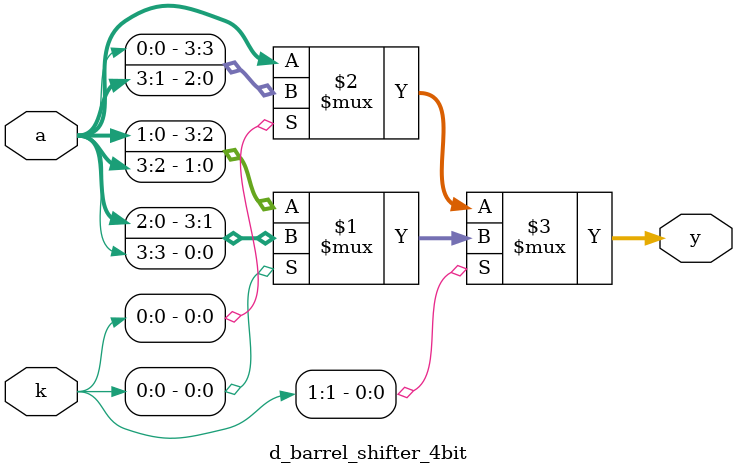
<source format=v>
module d_barrel_shifter_4bit(y,a,k);
output [3:0] y;
input [3:0] a;
input [1:0] k;

assign y=k[1]?(k[0]?{a[2:0],a[3]}:{a[1:0],a[3:2]}):(k[0]?{a[0],a[3:1]}:a);

endmodule

</source>
